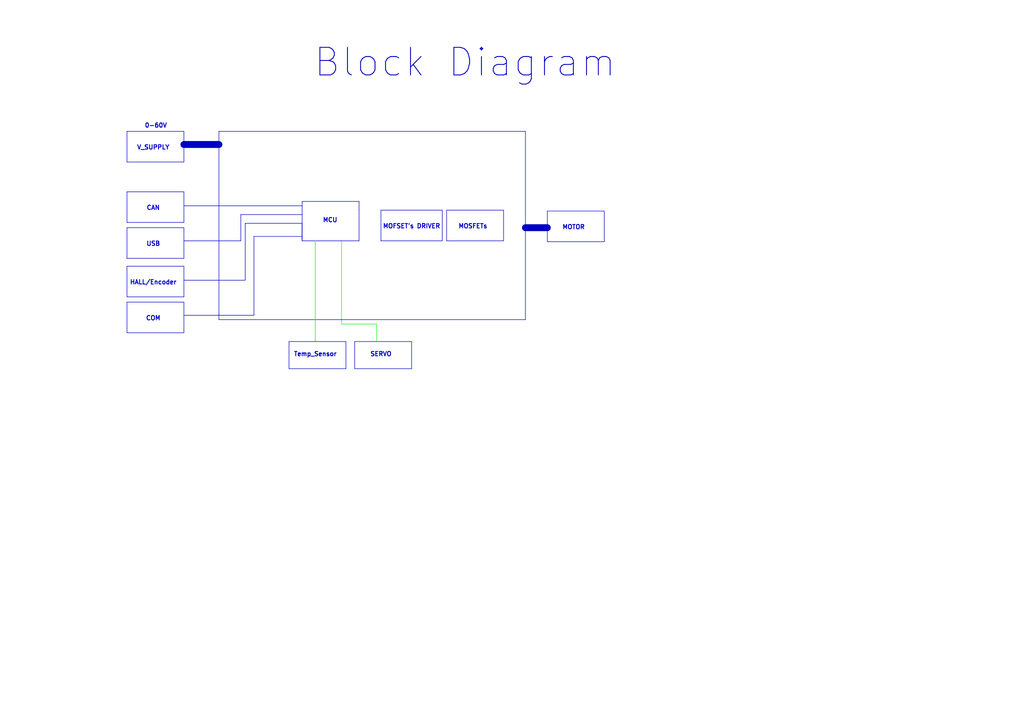
<source format=kicad_sch>
(kicad_sch
	(version 20250114)
	(generator "eeschema")
	(generator_version "9.0")
	(uuid "baf05fc1-cc58-459a-9d59-d90a2544d60c")
	(paper "A4")
	(lib_symbols)
	(text "MOSFETs"
		(exclude_from_sim no)
		(at 137.16 65.786 0)
		(effects
			(font
				(size 1.27 1.27)
				(thickness 0.254)
				(bold yes)
			)
		)
		(uuid "01d442a0-46cf-4b21-ac88-408b445f25ea")
	)
	(text "COM"
		(exclude_from_sim no)
		(at 44.45 92.456 0)
		(effects
			(font
				(size 1.27 1.27)
				(thickness 0.254)
				(bold yes)
			)
		)
		(uuid "084968b3-71a6-4e05-91e9-c1df46e1c63e")
	)
	(text "0-60V"
		(exclude_from_sim no)
		(at 45.212 36.576 0)
		(effects
			(font
				(size 1.27 1.27)
				(thickness 0.254)
				(bold yes)
			)
		)
		(uuid "10c76e89-be20-4515-9455-4afd1b900f8b")
	)
	(text "MOTOR"
		(exclude_from_sim no)
		(at 166.37 66.04 0)
		(effects
			(font
				(size 1.27 1.27)
				(thickness 0.254)
				(bold yes)
			)
		)
		(uuid "17bad721-95f0-4c27-a86b-fafddd9945c6")
	)
	(text "USB"
		(exclude_from_sim no)
		(at 44.45 70.866 0)
		(effects
			(font
				(size 1.27 1.27)
				(thickness 0.254)
				(bold yes)
			)
		)
		(uuid "1d411e8d-b0d2-41e7-ae26-d6430dad5f49")
	)
	(text "SERVO"
		(exclude_from_sim no)
		(at 110.49 102.87 0)
		(effects
			(font
				(size 1.27 1.27)
				(thickness 0.254)
				(bold yes)
			)
		)
		(uuid "30d7fc2a-fa2b-4766-ad53-a852c8d20278")
	)
	(text "MOFSET's DRIVER"
		(exclude_from_sim no)
		(at 119.38 65.786 0)
		(effects
			(font
				(size 1.27 1.27)
				(thickness 0.254)
				(bold yes)
			)
		)
		(uuid "40b5d9e3-dab9-470c-80fd-39c64e166448")
	)
	(text "CAN"
		(exclude_from_sim no)
		(at 44.45 60.452 0)
		(effects
			(font
				(size 1.27 1.27)
				(thickness 0.254)
				(bold yes)
			)
		)
		(uuid "4d9df4d9-5f4b-4480-9624-70d70874a510")
	)
	(text "Block Diagram"
		(exclude_from_sim no)
		(at 134.874 18.288 0)
		(effects
			(font
				(size 8 8)
				(thickness 0.254)
				(bold yes)
			)
		)
		(uuid "64927ecf-a645-40d7-a79c-054246925d38")
	)
	(text "MCU"
		(exclude_from_sim no)
		(at 95.758 64.008 0)
		(effects
			(font
				(size 1.27 1.27)
				(thickness 0.254)
				(bold yes)
			)
		)
		(uuid "a872fcae-1e4f-4b1a-9bef-3b250104b495")
	)
	(text "HALL/Encoder"
		(exclude_from_sim no)
		(at 44.45 82.042 0)
		(effects
			(font
				(size 1.27 1.27)
				(thickness 0.254)
				(bold yes)
			)
		)
		(uuid "b0bff0c6-3c42-4e25-b5d6-f534a48618b0")
	)
	(text "V_SUPPLY"
		(exclude_from_sim no)
		(at 44.45 42.926 0)
		(effects
			(font
				(size 1.27 1.27)
				(thickness 0.254)
				(bold yes)
			)
		)
		(uuid "cca1f5f4-97ba-4344-9b7d-de7b3ee90514")
	)
	(text "Temp_Sensor"
		(exclude_from_sim no)
		(at 91.44 102.87 0)
		(effects
			(font
				(size 1.27 1.27)
				(thickness 0.254)
				(bold yes)
			)
		)
		(uuid "d9baa978-c003-42c4-b2cc-dd97bc184dfd")
	)
	(polyline
		(pts
			(xy 36.83 38.1) (xy 36.83 46.99)
		)
		(stroke
			(width 0)
			(type default)
		)
		(uuid "0d77a074-b495-43d7-8189-7289f1b48fa1")
	)
	(polyline
		(pts
			(xy 73.66 91.44) (xy 73.66 68.58)
		)
		(stroke
			(width 0)
			(type default)
		)
		(uuid "0db5d45f-cd66-436a-addf-b9f0172e6c87")
	)
	(polyline
		(pts
			(xy 109.22 93.98) (xy 109.22 99.06)
		)
		(stroke
			(width 0)
			(type solid)
			(color 0 255 0 1)
		)
		(uuid "0e621bb2-d724-4f97-a9a8-7fc9d9d5c349")
	)
	(polyline
		(pts
			(xy 83.82 99.06) (xy 100.33 99.06)
		)
		(stroke
			(width 0)
			(type default)
		)
		(uuid "0e77e638-4490-46f3-8702-907509007452")
	)
	(polyline
		(pts
			(xy 152.4 66.04) (xy 158.75 66.04)
		)
		(stroke
			(width 2)
			(type solid)
		)
		(uuid "16558e9e-3ef0-49f8-b6c9-329f5fe7cbe6")
	)
	(polyline
		(pts
			(xy 53.34 66.04) (xy 53.34 74.93)
		)
		(stroke
			(width 0)
			(type default)
		)
		(uuid "1b58d68e-0c4f-44ce-b0d4-6e758561bd71")
	)
	(polyline
		(pts
			(xy 71.12 81.28) (xy 53.34 81.28)
		)
		(stroke
			(width 0)
			(type default)
		)
		(uuid "1b8d9919-03c6-4c52-a2ef-fa482a5168de")
	)
	(polyline
		(pts
			(xy 53.34 86.106) (xy 36.83 86.106)
		)
		(stroke
			(width 0)
			(type default)
		)
		(uuid "1bd2d7ad-9749-46c4-a384-06853af241d6")
	)
	(polyline
		(pts
			(xy 36.83 77.216) (xy 53.34 77.216)
		)
		(stroke
			(width 0)
			(type default)
		)
		(uuid "1ce97d63-8aae-4bb5-8dd6-11b61a1f620b")
	)
	(polyline
		(pts
			(xy 83.82 99.06) (xy 83.82 106.934)
		)
		(stroke
			(width 0)
			(type default)
		)
		(uuid "1fad0e9a-9c66-45dc-8004-7438db61d440")
	)
	(polyline
		(pts
			(xy 63.5 38.1) (xy 152.4 38.1)
		)
		(stroke
			(width 0)
			(type default)
		)
		(uuid "232381d5-19a0-4444-b22d-91cc2eed8284")
	)
	(polyline
		(pts
			(xy 36.83 66.04) (xy 36.83 74.93)
		)
		(stroke
			(width 0)
			(type default)
		)
		(uuid "2f8bc0fa-a718-43da-8e1e-12851d21f42a")
	)
	(polyline
		(pts
			(xy 87.63 58.42) (xy 104.14 58.42)
		)
		(stroke
			(width 0)
			(type default)
		)
		(uuid "34213b28-77b6-4597-8d44-b11a465cdceb")
	)
	(polyline
		(pts
			(xy 69.85 62.23) (xy 87.63 62.23)
		)
		(stroke
			(width 0)
			(type default)
		)
		(uuid "3c16976c-a72a-4869-b3d5-8e5f66e9ec6b")
	)
	(polyline
		(pts
			(xy 69.85 69.85) (xy 69.85 62.23)
		)
		(stroke
			(width 0)
			(type default)
		)
		(uuid "3d21bd14-c19d-42c4-b867-3ea2fb848772")
	)
	(polyline
		(pts
			(xy 53.34 96.52) (xy 36.83 96.52)
		)
		(stroke
			(width 0)
			(type default)
		)
		(uuid "3e695e6f-cef1-4f7d-8dca-4d0195de3414")
	)
	(polyline
		(pts
			(xy 63.5 92.71) (xy 152.4 92.71)
		)
		(stroke
			(width 0)
			(type default)
		)
		(uuid "4095d324-8b74-442c-9a49-66c6ff9e4cea")
	)
	(polyline
		(pts
			(xy 53.34 59.69) (xy 87.63 59.69)
		)
		(stroke
			(width 0)
			(type default)
		)
		(uuid "40d8941e-cac9-4e7e-973b-b7e992aa2add")
	)
	(polyline
		(pts
			(xy 36.83 77.216) (xy 36.83 86.106)
		)
		(stroke
			(width 0)
			(type default)
		)
		(uuid "411b06ec-eaab-49f6-b6e6-ae1f1a394780")
	)
	(polyline
		(pts
			(xy 102.87 99.06) (xy 102.87 106.934)
		)
		(stroke
			(width 0)
			(type default)
		)
		(uuid "4c28fffc-9a87-4f63-baca-3d95a5b281ef")
	)
	(polyline
		(pts
			(xy 146.05 60.96) (xy 146.05 69.85)
		)
		(stroke
			(width 0)
			(type default)
		)
		(uuid "4c36a927-fe50-48e1-9f5c-0488c824d781")
	)
	(polyline
		(pts
			(xy 87.63 62.23) (xy 87.63 69.85)
		)
		(stroke
			(width 0)
			(type default)
		)
		(uuid "5008e20b-7e80-4f45-9ac1-b392a2ee7cac")
	)
	(polyline
		(pts
			(xy 99.06 69.85) (xy 99.06 93.98)
		)
		(stroke
			(width 0)
			(type solid)
			(color 0 255 0 1)
		)
		(uuid "5537634a-f479-41cf-a7a0-340d9825768e")
	)
	(polyline
		(pts
			(xy 158.75 61.214) (xy 158.75 70.104)
		)
		(stroke
			(width 0)
			(type default)
		)
		(uuid "5ab52813-5635-4433-8765-af158394b868")
	)
	(polyline
		(pts
			(xy 102.87 99.06) (xy 119.38 99.06)
		)
		(stroke
			(width 0)
			(type default)
		)
		(uuid "5ea0e6c1-c28d-46b6-b4a8-115ffc5a7575")
	)
	(polyline
		(pts
			(xy 146.05 69.85) (xy 129.54 69.85)
		)
		(stroke
			(width 0)
			(type default)
		)
		(uuid "640ad80a-ae3a-4beb-9b36-aeba334703b7")
	)
	(polyline
		(pts
			(xy 87.63 58.42) (xy 87.63 62.23)
		)
		(stroke
			(width 0)
			(type default)
		)
		(uuid "65ff2fb5-e31f-4a1b-bf1c-30f11991e9f2")
	)
	(polyline
		(pts
			(xy 152.4 92.71) (xy 152.4 38.1)
		)
		(stroke
			(width 0)
			(type default)
		)
		(uuid "6b27a57a-c1ca-4238-8947-bfc0153ea2e0")
	)
	(polyline
		(pts
			(xy 36.83 55.626) (xy 53.34 55.626)
		)
		(stroke
			(width 0)
			(type default)
		)
		(uuid "6c05e901-a878-4852-bde1-840978cc6853")
	)
	(polyline
		(pts
			(xy 53.34 74.93) (xy 36.83 74.93)
		)
		(stroke
			(width 0)
			(type default)
		)
		(uuid "7065339a-7167-4b9b-9154-ff607845959d")
	)
	(polyline
		(pts
			(xy 119.38 106.934) (xy 102.87 106.934)
		)
		(stroke
			(width 0)
			(type default)
		)
		(uuid "7fd27798-a89b-4996-a28d-1113e2814c37")
	)
	(polyline
		(pts
			(xy 129.54 60.96) (xy 146.05 60.96)
		)
		(stroke
			(width 0)
			(type default)
		)
		(uuid "800781eb-5c09-42da-8734-4674831eb61e")
	)
	(polyline
		(pts
			(xy 128.27 60.96) (xy 128.27 69.85)
		)
		(stroke
			(width 0)
			(type default)
		)
		(uuid "82da9a93-c3f8-4755-809b-051f6cbd17fb")
	)
	(polyline
		(pts
			(xy 53.34 87.63) (xy 53.34 96.52)
		)
		(stroke
			(width 0)
			(type default)
		)
		(uuid "8ab500dc-b6ec-48b9-926c-0ee03eb00409")
	)
	(polyline
		(pts
			(xy 53.34 69.85) (xy 69.85 69.85)
		)
		(stroke
			(width 0)
			(type default)
		)
		(uuid "8e2b53a2-3c91-4b48-9342-9972a28c8de2")
	)
	(polyline
		(pts
			(xy 129.54 60.96) (xy 129.54 69.85)
		)
		(stroke
			(width 0)
			(type default)
		)
		(uuid "95fe1e08-e1c1-4dab-b5d1-393d75ce2540")
	)
	(polyline
		(pts
			(xy 53.34 91.44) (xy 73.66 91.44)
		)
		(stroke
			(width 0)
			(type default)
		)
		(uuid "97f4e49b-9937-4adc-8de8-025b0d1bed2f")
	)
	(polyline
		(pts
			(xy 53.34 46.99) (xy 36.83 46.99)
		)
		(stroke
			(width 0)
			(type default)
		)
		(uuid "9b56bf61-eb9a-4ea1-8c6d-bbc32307f8bd")
	)
	(polyline
		(pts
			(xy 104.14 58.42) (xy 104.14 60.96)
		)
		(stroke
			(width 0)
			(type default)
		)
		(uuid "9c9186c0-7dc2-4a44-bace-66d9eb95a04c")
	)
	(polyline
		(pts
			(xy 36.83 87.63) (xy 36.83 96.52)
		)
		(stroke
			(width 0)
			(type default)
		)
		(uuid "a8efac56-99ff-463f-b9a0-3628cc244cbf")
	)
	(polyline
		(pts
			(xy 53.34 77.216) (xy 53.34 86.106)
		)
		(stroke
			(width 0)
			(type default)
		)
		(uuid "a953132f-ae82-4b3b-b101-f2d338be1baa")
	)
	(polyline
		(pts
			(xy 87.63 64.77) (xy 87.63 69.85)
		)
		(stroke
			(width 0)
			(type default)
		)
		(uuid "ac119f73-dea7-4b4d-b12f-4f87b93cee69")
	)
	(polyline
		(pts
			(xy 71.12 64.77) (xy 71.12 81.28)
		)
		(stroke
			(width 0)
			(type default)
		)
		(uuid "aefb4d0a-d851-4a12-8285-1ab1eac46aec")
	)
	(polyline
		(pts
			(xy 53.34 38.1) (xy 53.34 46.99)
		)
		(stroke
			(width 0)
			(type default)
		)
		(uuid "af694595-68ba-4b26-9d57-4a3369d73e50")
	)
	(polyline
		(pts
			(xy 36.83 66.04) (xy 53.34 66.04)
		)
		(stroke
			(width 0)
			(type default)
		)
		(uuid "b8886bbf-e118-4369-bbbe-21a9dc4984fa")
	)
	(polyline
		(pts
			(xy 99.06 93.98) (xy 109.22 93.98)
		)
		(stroke
			(width 0)
			(type solid)
			(color 0 255 0 1)
		)
		(uuid "bb75ccf0-35bd-4dce-a4b3-18e41ca4fecb")
	)
	(polyline
		(pts
			(xy 91.44 69.85) (xy 91.44 99.06)
		)
		(stroke
			(width 0)
			(type solid)
			(color 0 255 0 1)
		)
		(uuid "bd8a5345-9711-40fc-8adf-327035524b41")
	)
	(polyline
		(pts
			(xy 110.49 60.96) (xy 110.49 69.85)
		)
		(stroke
			(width 0)
			(type default)
		)
		(uuid "c19699c4-0532-4514-a7e1-571f31bd638c")
	)
	(polyline
		(pts
			(xy 175.26 70.104) (xy 158.75 70.104)
		)
		(stroke
			(width 0)
			(type default)
		)
		(uuid "c36cbedf-2de1-4256-a634-54a90a133274")
	)
	(polyline
		(pts
			(xy 53.34 64.516) (xy 36.83 64.516)
		)
		(stroke
			(width 0)
			(type default)
		)
		(uuid "c4652b57-0287-44e3-a3fa-5d600aa4292d")
	)
	(polyline
		(pts
			(xy 175.26 61.214) (xy 175.26 70.104)
		)
		(stroke
			(width 0)
			(type default)
		)
		(uuid "c7533451-c6be-4cd5-8d6b-e51984b58292")
	)
	(polyline
		(pts
			(xy 36.83 55.626) (xy 36.83 64.516)
		)
		(stroke
			(width 0)
			(type default)
		)
		(uuid "c88c53bf-68a3-4c76-b0fd-f6efbf7a574b")
	)
	(polyline
		(pts
			(xy 104.14 69.85) (xy 87.63 69.85)
		)
		(stroke
			(width 0)
			(type default)
		)
		(uuid "cad1778c-7ee0-4926-a368-f6cc15fbc539")
	)
	(polyline
		(pts
			(xy 53.34 55.626) (xy 53.34 64.516)
		)
		(stroke
			(width 0)
			(type default)
		)
		(uuid "d2014aef-89d4-4849-ab90-0e8eaa2b8d86")
	)
	(polyline
		(pts
			(xy 73.66 68.58) (xy 87.63 68.58)
		)
		(stroke
			(width 0)
			(type default)
		)
		(uuid "d27ede0d-78f2-40cc-b673-fb915a95b170")
	)
	(polyline
		(pts
			(xy 63.5 38.1) (xy 63.5 92.71)
		)
		(stroke
			(width 0)
			(type default)
		)
		(uuid "d326a767-32f7-4776-a139-8b8709fc2820")
	)
	(polyline
		(pts
			(xy 104.14 60.96) (xy 104.14 69.85)
		)
		(stroke
			(width 0)
			(type default)
		)
		(uuid "e5012de5-4631-4d20-baae-9ea6c5b9cadb")
	)
	(polyline
		(pts
			(xy 36.83 87.63) (xy 53.34 87.63)
		)
		(stroke
			(width 0)
			(type default)
		)
		(uuid "e688508d-3a6c-4aaf-a71a-be5710806129")
	)
	(polyline
		(pts
			(xy 158.75 61.214) (xy 175.26 61.214)
		)
		(stroke
			(width 0)
			(type default)
		)
		(uuid "e6f98fb8-eb66-480c-ab7e-1aed847d10cd")
	)
	(polyline
		(pts
			(xy 110.49 60.96) (xy 128.27 60.96)
		)
		(stroke
			(width 0)
			(type default)
		)
		(uuid "e72025ee-c7ac-448c-9aff-67f47b6615d0")
	)
	(polyline
		(pts
			(xy 53.34 41.91) (xy 63.5 41.91)
		)
		(stroke
			(width 2)
			(type solid)
		)
		(uuid "e7b89a63-9d24-4011-a926-df7829d580e3")
	)
	(polyline
		(pts
			(xy 128.27 69.85) (xy 110.49 69.85)
		)
		(stroke
			(width 0)
			(type default)
		)
		(uuid "e9ca4994-e176-4b18-8f39-97250327f113")
	)
	(polyline
		(pts
			(xy 100.33 99.06) (xy 100.33 106.934)
		)
		(stroke
			(width 0)
			(type default)
		)
		(uuid "eb6dddb5-8c58-44f2-b84a-613b5703089e")
	)
	(polyline
		(pts
			(xy 36.83 38.1) (xy 53.34 38.1)
		)
		(stroke
			(width 0)
			(type default)
		)
		(uuid "f08c1b58-49a6-495e-beb0-7e6cf4682612")
	)
	(polyline
		(pts
			(xy 119.38 99.06) (xy 119.38 106.934)
		)
		(stroke
			(width 0)
			(type default)
		)
		(uuid "f1a6df87-9ce4-448d-9bf0-f4ca9965d9e9")
	)
	(polyline
		(pts
			(xy 87.63 64.77) (xy 71.12 64.77)
		)
		(stroke
			(width 0)
			(type default)
		)
		(uuid "f2f2fe0f-3e7d-4825-88ae-7591ee7198ec")
	)
	(polyline
		(pts
			(xy 100.33 106.934) (xy 83.82 106.934)
		)
		(stroke
			(width 0)
			(type default)
		)
		(uuid "f57d751f-179c-4ccb-b9ae-1d024f06ed74")
	)
)

</source>
